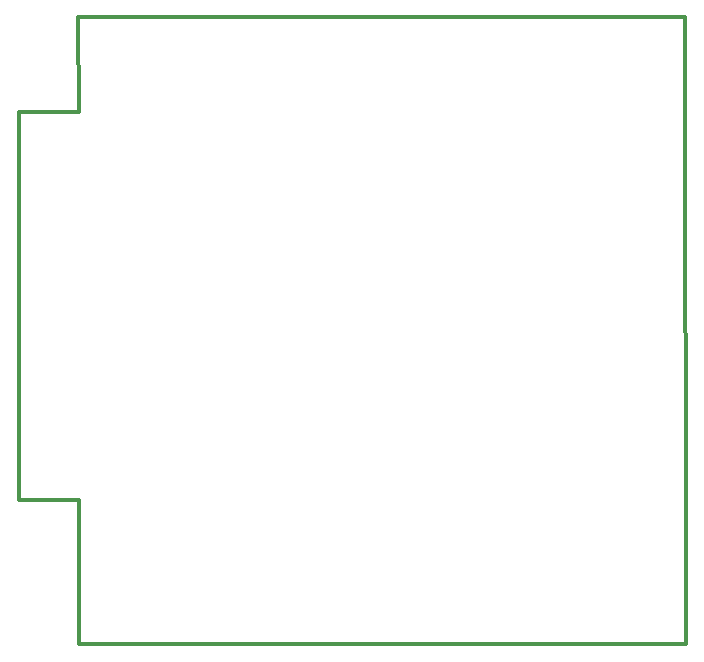
<source format=gbr>
%FSLAX34Y34*%
%MOMM*%
%LNOUTLINE*%
G71*
G01*
%ADD10C,0.300*%
%LPD*%
G54D10*
X51200Y123845D02*
X50803Y1608D01*
X564756Y2005D01*
G54D10*
X51200Y123845D02*
X400Y123845D01*
X0Y452818D01*
X50800Y452818D01*
G54D10*
X564756Y2005D02*
X564359Y532627D01*
G54D10*
X50800Y452818D02*
X50009Y532627D01*
X564359Y532627D01*
M02*

</source>
